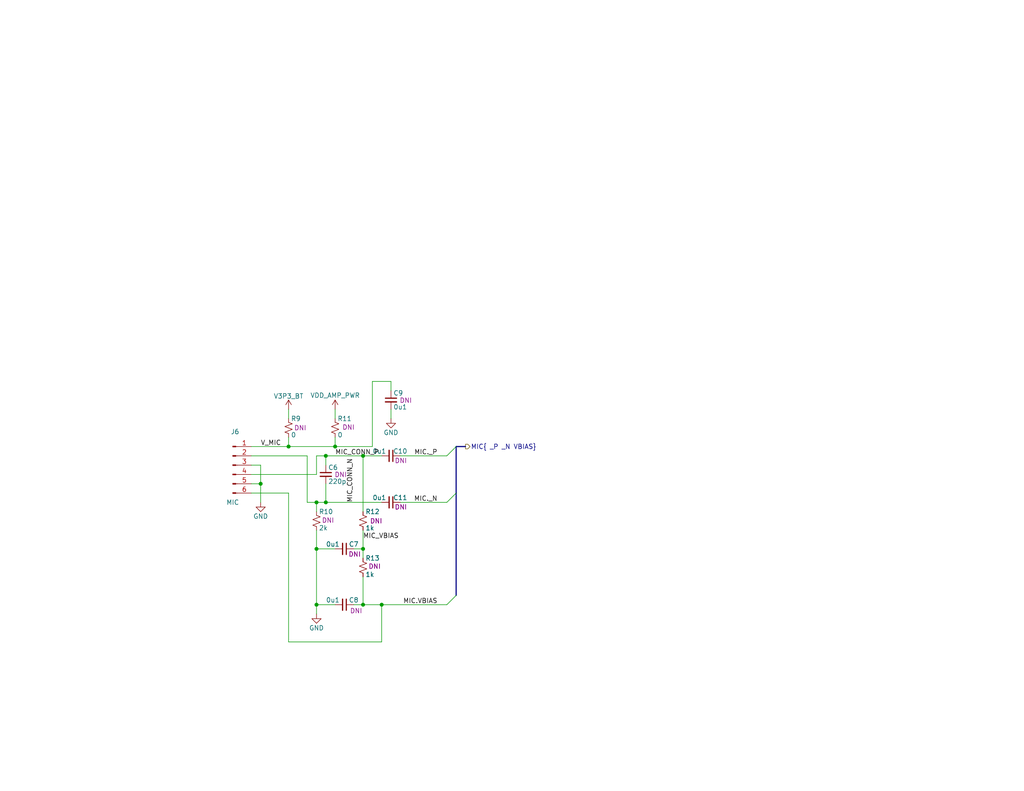
<source format=kicad_sch>
(kicad_sch (version 20211123) (generator eeschema)
  (paper "A")
  (title_block (title "Clock-Radio Main") (date "2022-03-05") (rev "0.5") (company "Ruralguru Projects") (comment 1 "Earl Watkins"))
  (lib_symbols
    (symbol "Connector:Conn_01x06_Male" (pin_names (offset 1.016) hide)
      (property "Reference" "J" (at 0 7.62 0))
      (property "Value" "Conn_01x06_Male" (at 0 -10.16 0))
      (symbol "Conn_01x06_Male_1_1"
        (polyline (pts (xy 1.27 -7.62) (xy 0.8636 -7.62)) (stroke (width 0.1524)))
        (polyline (pts (xy 1.27 -5.08) (xy 0.8636 -5.08)) (stroke (width 0.1524)))
        (polyline (pts (xy 1.27 -2.54) (xy 0.8636 -2.54)) (stroke (width 0.1524)))
        (polyline (pts (xy 1.27 0) (xy 0.8636 0)) (stroke (width 0.1524)))
        (polyline (pts (xy 1.27 2.54) (xy 0.8636 2.54)) (stroke (width 0.1524)))
        (polyline (pts (xy 1.27 5.08) (xy 0.8636 5.08)) (stroke (width 0.1524)))
        (rectangle (start 0.8636 -7.493) (end 0 -7.747) (stroke (width 0.1524)) (fill (type outline)))
        (rectangle (start 0.8636 -4.953) (end 0 -5.207) (stroke (width 0.1524)) (fill (type outline)))
        (rectangle (start 0.8636 -2.413) (end 0 -2.667) (stroke (width 0.1524)) (fill (type outline)))
        (rectangle (start 0.8636 0.127) (end 0 -0.127) (stroke (width 0.1524)) (fill (type outline)))
        (rectangle (start 0.8636 2.667) (end 0 2.413) (stroke (width 0.1524)) (fill (type outline)))
        (rectangle (start 0.8636 5.207) (end 0 4.953) (stroke (width 0.1524)) (fill (type outline)))
        (pin passive line (at 5.08 5.08 180) (length 3.81) (name "Pin_1") (number "1"))
        (pin passive line (at 5.08 2.54 180) (length 3.81) (name "Pin_2") (number "2"))
        (pin passive line (at 5.08 0 180) (length 3.81) (name "Pin_3") (number "3"))
        (pin passive line (at 5.08 -2.54 180) (length 3.81) (name "Pin_4") (number "4"))
        (pin passive line (at 5.08 -5.08 180) (length 3.81) (name "Pin_5") (number "5"))
        (pin passive line (at 5.08 -7.62 180) (length 3.81) (name "Pin_6") (number "6"))
      )
    )
    (symbol "Device:C_Small" (pin_numbers hide) (pin_names (offset 0.254) hide)
      (property "Reference" "C" (at 0.254 1.778 0))
      (property "Value" "C_Small" (at 0.254 -2.032 0))
      (symbol "C_Small_0_1"
        (polyline (pts (xy -1.524 -0.508) (xy 1.524 -0.508)) (stroke (width 0.3302)))
        (polyline (pts (xy -1.524 0.508) (xy 1.524 0.508)) (stroke (width 0.3048)))
      )
      (symbol "C_Small_1_1"
        (pin passive line (at 0 2.54 270) (length 2.032) (name "~") (number "1"))
        (pin passive line (at 0 -2.54 90) (length 2.032) (name "~") (number "2"))
      )
    )
    (symbol "Device:R_Small_US" (pin_numbers hide) (pin_names (offset 0.254) hide)
      (property "Reference" "R" (at 0.762 0.508 0))
      (property "Value" "R_Small_US" (at 0.762 -1.016 0))
      (symbol "R_Small_US_1_1"
        (polyline (pts (xy 0 0) (xy 1.016 -0.381) (xy 0 -0.762) (xy -1.016 -1.143) (xy 0 -1.524)))
        (polyline (pts (xy 0 1.524) (xy 1.016 1.143) (xy 0 0.762) (xy -1.016 0.381) (xy 0 0)))
        (pin passive line (at 0 2.54 270) (length 1.016) (name "~") (number "1"))
        (pin passive line (at 0 -2.54 90) (length 1.016) (name "~") (number "2"))
      )
    )
    (symbol "ERW_Power:V3P3_BT" (power) (pin_numbers hide) (pin_names (offset 0) hide)
      (property "Value" "V3P3_BT" (at 0 3.556 0))
      (symbol "V3P3_BT_0_1"
        (polyline (pts (xy -0.762 1.27) (xy 0 2.54)))
        (polyline (pts (xy 0 0) (xy 0 2.54)))
        (polyline (pts (xy 0 2.54) (xy 0.762 1.27)))
      )
      (symbol "V3P3_BT_1_1"
        (pin power_in line (at 0 0 90) (length 0) hide (name "V3P3_BT") (number "1"))
      )
    )
    (symbol "ERW_Power:VDD_AMP_PWR" (power) (pin_names (offset 0))
      (property "Value" "VDD_AMP_PWR" (at 0 3.556 0))
      (symbol "VDD_AMP_PWR_0_1"
        (polyline (pts (xy -0.762 1.27) (xy 0 2.54)))
        (polyline (pts (xy 0 0) (xy 0 2.54)))
        (polyline (pts (xy 0 2.54) (xy 0.762 1.27)))
      )
      (symbol "VDD_AMP_PWR_1_1"
        (pin power_in line (at 0 0 90) (length 0) hide (name "VDD_AMP_PWR") (number "1"))
      )
    )
    (symbol "power:GND" (power) (pin_names (offset 0))
      (property "Value" "GND" (at 0 -3.81 0))
      (symbol "GND_0_1"
        (polyline (pts (xy 0 0) (xy 0 -1.27) (xy 1.27 -1.27) (xy 0 -2.54) (xy -1.27 -1.27) (xy 0 -1.27)))
      )
      (symbol "GND_1_1"
        (pin power_in line (at 0 0 270) (length 0) hide (name "GND") (number "1"))
      )
    )
  )
  (junction (at 99.06 124.46))
  (junction (at 71.12 132.08))
  (junction (at 78.74 121.92))
  (junction (at 86.36 137.16))
  (junction (at 99.06 149.86))
  (junction (at 86.36 165.1))
  (junction (at 88.9 137.16))
  (junction (at 104.14 165.1))
  (junction (at 99.06 165.1))
  (junction (at 86.36 149.86))
  (junction (at 88.9 124.46))
  (junction (at 91.44 121.92))
  (bus_entry (at 124.46 134.62) (size -2.54 2.54))
  (bus_entry (at 124.46 121.92) (size -2.54 2.54))
  (bus_entry (at 124.46 162.56) (size -2.54 2.54))
  (wire (pts (xy 91.44 114.3) (xy 91.44 111.76)))
  (wire (pts (xy 86.36 149.86) (xy 91.44 149.86)))
  (wire (pts (xy 78.74 121.92) (xy 91.44 121.92)))
  (wire (pts (xy 83.82 137.16) (xy 83.82 124.46)))
  (wire (pts (xy 78.74 134.62) (xy 78.74 175.26)))
  (wire (pts (xy 109.22 137.16) (xy 121.92 137.16)))
  (wire (pts (xy 96.52 149.86) (xy 99.06 149.86)))
  (wire (pts (xy 78.74 111.76) (xy 78.74 114.3)))
  (wire (pts (xy 106.68 111.76) (xy 106.68 114.3)))
  (wire (pts (xy 99.06 144.78) (xy 99.06 149.86)))
  (wire (pts (xy 71.12 127) (xy 71.12 132.08)))
  (wire (pts (xy 101.6 104.14) (xy 106.68 104.14)))
  (wire (pts (xy 86.36 139.7) (xy 86.36 137.16)))
  (wire (pts (xy 88.9 124.46) (xy 99.06 124.46)))
  (wire (pts (xy 78.74 119.38) (xy 78.74 121.92)))
  (wire (pts (xy 88.9 132.08) (xy 88.9 137.16)))
  (wire (pts (xy 99.06 124.46) (xy 104.14 124.46)))
  (wire (pts (xy 104.14 175.26) (xy 78.74 175.26)))
  (wire (pts (xy 86.36 137.16) (xy 83.82 137.16)))
  (wire (pts (xy 99.06 157.48) (xy 99.06 165.1)))
  (wire (pts (xy 88.9 137.16) (xy 104.14 137.16)))
  (wire (pts (xy 68.58 127) (xy 71.12 127)))
  (wire (pts (xy 88.9 124.46) (xy 86.36 124.46)))
  (wire (pts (xy 86.36 129.54) (xy 68.58 129.54)))
  (wire (pts (xy 109.22 124.46) (xy 121.92 124.46)))
  (wire (pts (xy 71.12 132.08) (xy 71.12 137.16)))
  (wire (pts (xy 104.14 165.1) (xy 121.92 165.1)))
  (wire (pts (xy 83.82 124.46) (xy 68.58 124.46)))
  (wire (pts (xy 91.44 121.92) (xy 101.6 121.92)))
  (wire (pts (xy 86.36 165.1) (xy 86.36 167.64)))
  (wire (pts (xy 68.58 134.62) (xy 78.74 134.62)))
  (wire (pts (xy 99.06 124.46) (xy 99.06 139.7)))
  (wire (pts (xy 91.44 119.38) (xy 91.44 121.92)))
  (wire (pts (xy 68.58 121.92) (xy 78.74 121.92)))
  (wire (pts (xy 88.9 127) (xy 88.9 124.46)))
  (wire (pts (xy 71.12 132.08) (xy 68.58 132.08)))
  (bus (pts (xy 127 121.92) (xy 124.46 121.92)))
  (wire (pts (xy 86.36 149.86) (xy 86.36 165.1)))
  (bus (pts (xy 124.46 134.62) (xy 124.46 162.56)))
  (bus (pts (xy 124.46 121.92) (xy 124.46 134.62)))
  (wire (pts (xy 106.68 104.14) (xy 106.68 106.68)))
  (wire (pts (xy 99.06 165.1) (xy 104.14 165.1)))
  (wire (pts (xy 99.06 149.86) (xy 99.06 152.4)))
  (wire (pts (xy 86.36 144.78) (xy 86.36 149.86)))
  (wire (pts (xy 101.6 121.92) (xy 101.6 104.14)))
  (wire (pts (xy 86.36 124.46) (xy 86.36 129.54)))
  (wire (pts (xy 104.14 165.1) (xy 104.14 175.26)))
  (wire (pts (xy 86.36 165.1) (xy 91.44 165.1)))
  (wire (pts (xy 86.36 137.16) (xy 88.9 137.16)))
  (wire (pts (xy 96.52 165.1) (xy 99.06 165.1)))
  (text "${SHEETNAME}" (at 12.7 30.48 0) (effects (font (size 10.16 10.16) (thickness 2.032) bold) (justify left bottom)))
  (label "V_MIC" (at 71.12 121.92 0))
  (label "MIC_VBIAS" (at 99.06 147.32 0))
  (label "MIC_CONN_P" (at 91.44 124.46 0))
  (label "MIC.VBIAS" (at 119.38 165.1 180))
  (label "MIC_CONN_N" (at 96.52 137.16 90))
  (label "MIC._P" (at 119.38 124.46 180))
  (label "MIC._N" (at 119.38 137.16 180))
  (hierarchical_label "MIC{ _P _N VBIAS}" (shape output) (at 127 121.92 0))
  (symbol (lib_id "Device:C_Small") (at 88.9 129.54 0) (unit 1)
    (property "Reference" "C6" (at 89.535 127.635 0) (effects (justify left)))
    (property "Value" "220p" (at 89.535 131.445 0) (effects (justify left)))
    (property "Footprint" "Capacitor_SMD:C_0603_1608Metric_Pad1.08x0.95mm_HandSolder" (effects hide))
    (property "Description" "MLCC - SMD/SMT 50V 220pF 0603 X7R 10%" (effects hide))
    (property "MFR" "KEMET" (effects hide))
    (property "MPN" "C0603C221K5RAC" (effects hide))
    (property "Status" "DNI" (at 92.9685 129.5819 0))
    (property "Vendor" "Mouser" (effects hide))
    (property "Vendor PN" "80-C0603C221K5RAC" (effects hide))
  )
  (symbol (lib_id "Device:C_Small") (at 93.98 165.1 270) (unit 1)
    (property "Reference" "C8" (at 96.52 163.83 90))
    (property "Value" "0u1" (at 92.71 163.83 90) (effects (justify right)))
    (property "Footprint" "Capacitor_SMD:C_0603_1608Metric_Pad1.08x0.95mm_HandSolder" (effects hide))
    (property "Description" "MLCC - SMD/SMT 50V 0.1uF X7R 0603 5%" (effects hide))
    (property "MFR" "KEMET" (effects hide))
    (property "MPN" "C0603C104J5RACTU" (effects hide))
    (property "Status" "DNI" (at 97.1807 166.7676 90))
    (property "Vendor" "Mouser" (effects hide))
    (property "Vendor PN" "80-C0603C104J5R" (effects hide))
  )
  (symbol (lib_id "Device:C_Small") (at 106.68 137.16 270) (unit 1)
    (property "Reference" "C11" (at 109.22 135.89 90))
    (property "Value" "0u1" (at 105.41 135.89 90) (effects (justify right)))
    (property "Footprint" "Capacitor_SMD:C_0603_1608Metric_Pad1.08x0.95mm_HandSolder" (effects hide))
    (property "Description" "MLCC - SMD/SMT 50V 0.1uF X7R 0603 5%" (effects hide))
    (property "MFR" "KEMET" (effects hide))
    (property "MPN" "C0603C104J5RACTU" (effects hide))
    (property "Status" "DNI" (at 109.3779 138.4263 90))
    (property "Vendor" "Mouser" (effects hide))
    (property "Vendor PN" "80-C0603C104J5R" (effects hide))
  )
  (symbol (lib_id "ERW_Power:VDD_AMP_PWR") (at 91.44 111.76 0) (unit 1)
    (property "Reference" "#PWR019" (effects hide))
    (property "Value" "VDD_AMP_PWR" (at 91.44 107.95 0))
  )
  (symbol (lib_id "Device:C_Small") (at 106.68 124.46 270) (unit 1)
    (property "Reference" "C10" (at 109.22 123.19 90))
    (property "Value" "0u1" (at 105.41 123.19 90) (effects (justify right)))
    (property "Footprint" "Capacitor_SMD:C_0603_1608Metric_Pad1.08x0.95mm_HandSolder" (effects hide))
    (property "Description" "MLCC - SMD/SMT 50V 0.1uF X7R 0603 5%" (effects hide))
    (property "MFR" "KEMET" (effects hide))
    (property "MPN" "C0603C104J5RACTU" (effects hide))
    (property "Status" "DNI" (at 109.3779 125.7624 90))
    (property "Vendor" "Mouser" (effects hide))
    (property "Vendor PN" "80-C0603C104J5R" (effects hide))
  )
  (symbol (lib_id "Device:C_Small") (at 106.68 109.22 0) (unit 1)
    (property "Reference" "C9" (at 107.315 107.315 0) (effects (justify left)))
    (property "Value" "0u1" (at 107.315 111.125 0) (effects (justify left)))
    (property "Footprint" "Capacitor_SMD:C_0603_1608Metric_Pad1.08x0.95mm_HandSolder" (effects hide))
    (property "Description" "MLCC - SMD/SMT 50V 0.1uF X7R 0603 5%" (effects hide))
    (property "MFR" "KEMET" (effects hide))
    (property "MPN" "C0603C104J5RACTU" (effects hide))
    (property "Status" "DNI" (at 110.7282 109.3156 0))
    (property "Vendor" "Mouser" (effects hide))
    (property "Vendor PN" "80-C0603C104J5R" (effects hide))
  )
  (symbol (lib_id "power:GND") (at 106.68 114.3 0) (unit 1)
    (property "Reference" "#PWR020" (effects hide))
    (property "Value" "GND" (at 106.68 118.11 0))
  )
  (symbol (lib_id "Device:R_Small_US") (at 99.06 142.24 0) (unit 1)
    (property "Reference" "R12" (at 99.695 139.7 0) (effects (justify left)))
    (property "Value" "1k" (at 99.6951 144.145 0) (effects (justify left)))
    (property "Footprint" "Resistor_SMD:R_0603_1608Metric_Pad0.98x0.95mm_HandSolder" (effects hide))
    (property "Status" "DNI" (at 102.6317 142.2381 0))
    (property "Description" "Resistors - SMD 1 kOhms 100mW 0603 1%" (effects hide))
    (property "MFR" "YAGEO" (effects hide))
    (property "MPN" "AC0603FR-101KL" (effects hide))
    (property "Vendor" "Mouser" (effects hide))
    (property "Vendor PN" "603-AC0603FR-101KL" (effects hide))
  )
  (symbol (lib_id "ERW_Power:V3P3_BT") (at 78.74 111.76 0) (unit 1)
    (property "Reference" "#PWR017" (effects hide))
    (property "Value" "V3P3_BT" (at 78.74 108.1555 0))
  )
  (symbol (lib_id "power:GND") (at 71.12 137.16 0) (unit 1)
    (property "Reference" "#PWR016" (effects hide))
    (property "Value" "GND" (at 71.12 140.97 0))
  )
  (symbol (lib_id "power:GND") (at 86.36 167.64 0) (unit 1)
    (property "Reference" "#PWR018" (effects hide))
    (property "Value" "GND" (at 86.36 171.45 0))
  )
  (symbol (lib_id "Device:R_Small_US") (at 99.06 154.94 0) (unit 1)
    (property "Reference" "R13" (at 99.695 152.4 0) (effects (justify left)))
    (property "Value" "1k" (at 99.6951 156.845 0) (effects (justify left)))
    (property "Footprint" "Resistor_SMD:R_0603_1608Metric_Pad0.98x0.95mm_HandSolder" (effects hide))
    (property "Status" "DNI" (at 102.2187 154.6268 0))
    (property "Description" "Resistors - SMD 1 kOhms 100mW 0603 1%" (effects hide))
    (property "MFR" "YAGEO" (effects hide))
    (property "MPN" "AC0603FR-101KL" (effects hide))
    (property "Vendor" "Mouser" (effects hide))
    (property "Vendor PN" "603-AC0603FR-101KL" (effects hide))
  )
  (symbol (lib_id "Device:R_Small_US") (at 78.74 116.84 0) (unit 1)
    (property "Reference" "R9" (at 79.375 114.3 0) (effects (justify left)))
    (property "Value" "0" (at 79.3751 118.745 0) (effects (justify left)))
    (property "Footprint" "Resistor_SMD:R_0603_1608Metric_Pad0.98x0.95mm_HandSolder" (effects hide))
    (property "Status" "DNI" (at 81.9416 116.8162 0))
    (property "Description" "Resistors - SMD 0 Ohms 100 mW 0603 1%" (effects hide))
    (property "MFR" "YAGEO" (effects hide))
    (property "MPN" "RC0603FR-130RL" (effects hide))
    (property "Vendor" "Mouser" (effects hide))
    (property "Vendor PN" "603-RC0603FR-130RL" (effects hide))
  )
  (symbol (lib_id "Device:R_Small_US") (at 86.36 142.24 0) (unit 1)
    (property "Reference" "R10" (at 86.995 139.7 0) (effects (justify left)))
    (property "Value" "2k" (at 86.9951 144.145 0) (effects (justify left)))
    (property "Footprint" "Resistor_SMD:R_0603_1608Metric_Pad0.98x0.95mm_HandSolder" (effects hide))
    (property "Status" "DNI" (at 89.4997 142.0531 0))
    (property "Description" "Resistors - SMD 1/10W 2K ohm 1% 50ppm" (effects hide))
    (property "MFR" "YAGEO" (effects hide))
    (property "MPN" "RC0603FR-072KL" (effects hide))
    (property "Vendor" "Mouser" (effects hide))
    (property "Vendor PN" "603-RC0603FR-072KL" (effects hide))
  )
  (symbol (lib_id "Device:R_Small_US") (at 91.44 116.84 0) (unit 1)
    (property "Reference" "R11" (at 92.075 114.3 0) (effects (justify left)))
    (property "Value" "0" (at 92.0751 118.745 0) (effects (justify left)))
    (property "Footprint" "Resistor_SMD:R_0603_1608Metric_Pad0.98x0.95mm_HandSolder" (effects hide))
    (property "Status" "DNI" (at 95.0913 116.6508 0))
    (property "Description" "Resistors - SMD 0 Ohms 100 mW 0603 1%" (effects hide))
    (property "MFR" "YAGEO" (effects hide))
    (property "MPN" "RC0603FR-130RL" (effects hide))
    (property "Vendor" "Mouser" (effects hide))
    (property "Vendor PN" "603-RC0603FR-130RL" (effects hide))
  )
  (symbol (lib_id "Device:C_Small") (at 93.98 149.86 270) (unit 1)
    (property "Reference" "C7" (at 96.52 148.59 90))
    (property "Value" "0u1" (at 92.71 148.59 90) (effects (justify right)))
    (property "Footprint" "Capacitor_SMD:C_0603_1608Metric_Pad1.08x0.95mm_HandSolder" (effects hide))
    (property "Description" "MLCC - SMD/SMT 50V 0.1uF X7R 0603 5%" (effects hide))
    (property "MFR" "KEMET" (effects hide))
    (property "MPN" "C0603C104J5RACTU" (effects hide))
    (property "Status" "DNI" (at 96.7677 151.3231 90))
    (property "Vendor" "Mouser" (effects hide))
    (property "Vendor PN" "80-C0603C104J5R" (effects hide))
  )
  (symbol (lib_id "Connector:Conn_01x06_Male") (at 63.5 127 0) (unit 1)
    (property "Reference" "J6" (at 64.135 117.8773 0))
    (property "Value" "MIC" (at 63.5 137.16 0))
    (property "Footprint" "Connector_PinHeader_2.00mm:PinHeader_2x03_P2.00mm_Vertical" (effects hide))
    (property "Description" "Housings Low Profile Header Strips 2.00 mm Pitch" (effects hide))
    (property "MFR" "Samtec" (effects hide))
    (property "MPN" "TMMH-103-01-T-D" (effects hide))
    (property "Status" "DNI" (effects hide))
    (property "Vendor" "Mouser" (effects hide))
    (property "Vendor PN" "200-TMMH10301TD" (effects hide))
  )
)
</source>
